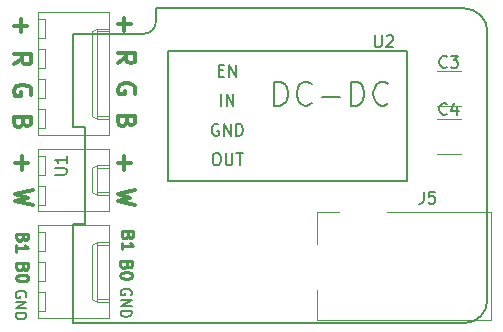
<source format=gto>
G04 #@! TF.FileFunction,Legend,Top*
%FSLAX46Y46*%
G04 Gerber Fmt 4.6, Leading zero omitted, Abs format (unit mm)*
G04 Created by KiCad (PCBNEW 4.0.7) date 02/12/20 21:51:44*
%MOMM*%
%LPD*%
G01*
G04 APERTURE LIST*
%ADD10C,0.100000*%
%ADD11C,0.200000*%
%ADD12C,0.250000*%
%ADD13C,0.300000*%
%ADD14C,0.150000*%
%ADD15C,0.120000*%
G04 APERTURE END LIST*
D10*
D11*
X138850000Y-78914286D02*
X138892857Y-78828572D01*
X138892857Y-78700001D01*
X138850000Y-78571429D01*
X138764286Y-78485715D01*
X138678571Y-78442858D01*
X138507143Y-78400001D01*
X138378571Y-78400001D01*
X138207143Y-78442858D01*
X138121429Y-78485715D01*
X138035714Y-78571429D01*
X137992857Y-78700001D01*
X137992857Y-78785715D01*
X138035714Y-78914286D01*
X138078571Y-78957143D01*
X138378571Y-78957143D01*
X138378571Y-78785715D01*
X137992857Y-79342858D02*
X138892857Y-79342858D01*
X137992857Y-79857143D01*
X138892857Y-79857143D01*
X137992857Y-80285715D02*
X138892857Y-80285715D01*
X138892857Y-80500000D01*
X138850000Y-80628572D01*
X138764286Y-80714286D01*
X138678571Y-80757143D01*
X138507143Y-80800000D01*
X138378571Y-80800000D01*
X138207143Y-80757143D01*
X138121429Y-80714286D01*
X138035714Y-80628572D01*
X137992857Y-80500000D01*
X137992857Y-80285715D01*
D12*
X138471429Y-76395239D02*
X138423810Y-76538096D01*
X138376190Y-76585715D01*
X138280952Y-76633334D01*
X138138095Y-76633334D01*
X138042857Y-76585715D01*
X137995238Y-76538096D01*
X137947619Y-76442858D01*
X137947619Y-76061905D01*
X138947619Y-76061905D01*
X138947619Y-76395239D01*
X138900000Y-76490477D01*
X138852381Y-76538096D01*
X138757143Y-76585715D01*
X138661905Y-76585715D01*
X138566667Y-76538096D01*
X138519048Y-76490477D01*
X138471429Y-76395239D01*
X138471429Y-76061905D01*
X138947619Y-77252381D02*
X138947619Y-77347620D01*
X138900000Y-77442858D01*
X138852381Y-77490477D01*
X138757143Y-77538096D01*
X138566667Y-77585715D01*
X138328571Y-77585715D01*
X138138095Y-77538096D01*
X138042857Y-77490477D01*
X137995238Y-77442858D01*
X137947619Y-77347620D01*
X137947619Y-77252381D01*
X137995238Y-77157143D01*
X138042857Y-77109524D01*
X138138095Y-77061905D01*
X138328571Y-77014286D01*
X138566667Y-77014286D01*
X138757143Y-77061905D01*
X138852381Y-77109524D01*
X138900000Y-77157143D01*
X138947619Y-77252381D01*
X138571429Y-73895239D02*
X138523810Y-74038096D01*
X138476190Y-74085715D01*
X138380952Y-74133334D01*
X138238095Y-74133334D01*
X138142857Y-74085715D01*
X138095238Y-74038096D01*
X138047619Y-73942858D01*
X138047619Y-73561905D01*
X139047619Y-73561905D01*
X139047619Y-73895239D01*
X139000000Y-73990477D01*
X138952381Y-74038096D01*
X138857143Y-74085715D01*
X138761905Y-74085715D01*
X138666667Y-74038096D01*
X138619048Y-73990477D01*
X138571429Y-73895239D01*
X138571429Y-73561905D01*
X138047619Y-75085715D02*
X138047619Y-74514286D01*
X138047619Y-74800000D02*
X139047619Y-74800000D01*
X138904762Y-74704762D01*
X138809524Y-74609524D01*
X138761905Y-74514286D01*
D13*
X138292857Y-67200000D02*
X138292857Y-68342857D01*
X137721429Y-67771428D02*
X138864286Y-67771428D01*
X139221429Y-70057143D02*
X137721429Y-70414286D01*
X138792857Y-70700000D01*
X137721429Y-70985714D01*
X139221429Y-71342857D01*
X138292857Y-55464286D02*
X138292857Y-56607143D01*
X137721429Y-56035714D02*
X138864286Y-56035714D01*
X137721429Y-59321429D02*
X138435714Y-58821429D01*
X137721429Y-58464286D02*
X139221429Y-58464286D01*
X139221429Y-59035714D01*
X139150000Y-59178572D01*
X139078571Y-59250000D01*
X138935714Y-59321429D01*
X138721429Y-59321429D01*
X138578571Y-59250000D01*
X138507143Y-59178572D01*
X138435714Y-59035714D01*
X138435714Y-58464286D01*
X139150000Y-61892857D02*
X139221429Y-61750000D01*
X139221429Y-61535714D01*
X139150000Y-61321429D01*
X139007143Y-61178571D01*
X138864286Y-61107143D01*
X138578571Y-61035714D01*
X138364286Y-61035714D01*
X138078571Y-61107143D01*
X137935714Y-61178571D01*
X137792857Y-61321429D01*
X137721429Y-61535714D01*
X137721429Y-61678571D01*
X137792857Y-61892857D01*
X137864286Y-61964286D01*
X138364286Y-61964286D01*
X138364286Y-61678571D01*
X138507143Y-64250000D02*
X138435714Y-64464286D01*
X138364286Y-64535714D01*
X138221429Y-64607143D01*
X138007143Y-64607143D01*
X137864286Y-64535714D01*
X137792857Y-64464286D01*
X137721429Y-64321428D01*
X137721429Y-63750000D01*
X139221429Y-63750000D01*
X139221429Y-64250000D01*
X139150000Y-64392857D01*
X139078571Y-64464286D01*
X138935714Y-64535714D01*
X138792857Y-64535714D01*
X138650000Y-64464286D01*
X138578571Y-64392857D01*
X138507143Y-64250000D01*
X138507143Y-63750000D01*
D11*
X129950000Y-79114286D02*
X129992857Y-79028572D01*
X129992857Y-78900001D01*
X129950000Y-78771429D01*
X129864286Y-78685715D01*
X129778571Y-78642858D01*
X129607143Y-78600001D01*
X129478571Y-78600001D01*
X129307143Y-78642858D01*
X129221429Y-78685715D01*
X129135714Y-78771429D01*
X129092857Y-78900001D01*
X129092857Y-78985715D01*
X129135714Y-79114286D01*
X129178571Y-79157143D01*
X129478571Y-79157143D01*
X129478571Y-78985715D01*
X129092857Y-79542858D02*
X129992857Y-79542858D01*
X129092857Y-80057143D01*
X129992857Y-80057143D01*
X129092857Y-80485715D02*
X129992857Y-80485715D01*
X129992857Y-80700000D01*
X129950000Y-80828572D01*
X129864286Y-80914286D01*
X129778571Y-80957143D01*
X129607143Y-81000000D01*
X129478571Y-81000000D01*
X129307143Y-80957143D01*
X129221429Y-80914286D01*
X129135714Y-80828572D01*
X129092857Y-80700000D01*
X129092857Y-80485715D01*
D12*
X129671429Y-74095239D02*
X129623810Y-74238096D01*
X129576190Y-74285715D01*
X129480952Y-74333334D01*
X129338095Y-74333334D01*
X129242857Y-74285715D01*
X129195238Y-74238096D01*
X129147619Y-74142858D01*
X129147619Y-73761905D01*
X130147619Y-73761905D01*
X130147619Y-74095239D01*
X130100000Y-74190477D01*
X130052381Y-74238096D01*
X129957143Y-74285715D01*
X129861905Y-74285715D01*
X129766667Y-74238096D01*
X129719048Y-74190477D01*
X129671429Y-74095239D01*
X129671429Y-73761905D01*
X129147619Y-75285715D02*
X129147619Y-74714286D01*
X129147619Y-75000000D02*
X130147619Y-75000000D01*
X130004762Y-74904762D01*
X129909524Y-74809524D01*
X129861905Y-74714286D01*
X129671429Y-76595239D02*
X129623810Y-76738096D01*
X129576190Y-76785715D01*
X129480952Y-76833334D01*
X129338095Y-76833334D01*
X129242857Y-76785715D01*
X129195238Y-76738096D01*
X129147619Y-76642858D01*
X129147619Y-76261905D01*
X130147619Y-76261905D01*
X130147619Y-76595239D01*
X130100000Y-76690477D01*
X130052381Y-76738096D01*
X129957143Y-76785715D01*
X129861905Y-76785715D01*
X129766667Y-76738096D01*
X129719048Y-76690477D01*
X129671429Y-76595239D01*
X129671429Y-76261905D01*
X130147619Y-77452381D02*
X130147619Y-77547620D01*
X130100000Y-77642858D01*
X130052381Y-77690477D01*
X129957143Y-77738096D01*
X129766667Y-77785715D01*
X129528571Y-77785715D01*
X129338095Y-77738096D01*
X129242857Y-77690477D01*
X129195238Y-77642858D01*
X129147619Y-77547620D01*
X129147619Y-77452381D01*
X129195238Y-77357143D01*
X129242857Y-77309524D01*
X129338095Y-77261905D01*
X129528571Y-77214286D01*
X129766667Y-77214286D01*
X129957143Y-77261905D01*
X130052381Y-77309524D01*
X130100000Y-77357143D01*
X130147619Y-77452381D01*
D13*
X129592857Y-67200000D02*
X129592857Y-68342857D01*
X129021429Y-67771428D02*
X130164286Y-67771428D01*
X130521429Y-70057143D02*
X129021429Y-70414286D01*
X130092857Y-70700000D01*
X129021429Y-70985714D01*
X130521429Y-71342857D01*
X129492857Y-55564286D02*
X129492857Y-56707143D01*
X128921429Y-56135714D02*
X130064286Y-56135714D01*
X128921429Y-59421429D02*
X129635714Y-58921429D01*
X128921429Y-58564286D02*
X130421429Y-58564286D01*
X130421429Y-59135714D01*
X130350000Y-59278572D01*
X130278571Y-59350000D01*
X130135714Y-59421429D01*
X129921429Y-59421429D01*
X129778571Y-59350000D01*
X129707143Y-59278572D01*
X129635714Y-59135714D01*
X129635714Y-58564286D01*
X130350000Y-61992857D02*
X130421429Y-61850000D01*
X130421429Y-61635714D01*
X130350000Y-61421429D01*
X130207143Y-61278571D01*
X130064286Y-61207143D01*
X129778571Y-61135714D01*
X129564286Y-61135714D01*
X129278571Y-61207143D01*
X129135714Y-61278571D01*
X128992857Y-61421429D01*
X128921429Y-61635714D01*
X128921429Y-61778571D01*
X128992857Y-61992857D01*
X129064286Y-62064286D01*
X129564286Y-62064286D01*
X129564286Y-61778571D01*
X129707143Y-64350000D02*
X129635714Y-64564286D01*
X129564286Y-64635714D01*
X129421429Y-64707143D01*
X129207143Y-64707143D01*
X129064286Y-64635714D01*
X128992857Y-64564286D01*
X128921429Y-64421428D01*
X128921429Y-63850000D01*
X130421429Y-63850000D01*
X130421429Y-64350000D01*
X130350000Y-64492857D01*
X130278571Y-64564286D01*
X130135714Y-64635714D01*
X129992857Y-64635714D01*
X129850000Y-64564286D01*
X129778571Y-64492857D01*
X129707143Y-64350000D01*
X129707143Y-63850000D01*
D14*
X142000000Y-58250000D02*
X162250000Y-58250000D01*
X162250000Y-58250000D02*
X162250000Y-69250000D01*
X162250000Y-69250000D02*
X142000000Y-69250000D01*
X142000000Y-69250000D02*
X142000000Y-58250000D01*
X133950000Y-81330000D02*
X167030000Y-81330000D01*
X169030000Y-79330000D02*
X169030000Y-56670000D01*
X167030000Y-54670000D02*
X140950000Y-54670000D01*
X133950000Y-56820000D02*
X133950000Y-64680000D01*
X133950000Y-64680000D02*
X134950000Y-64680000D01*
X134950000Y-64680000D02*
X134950000Y-72900000D01*
X134950000Y-72900000D02*
X133950000Y-72900000D01*
X133950000Y-72900000D02*
X133950000Y-81329999D01*
X169030000Y-56670000D02*
G75*
G03X167030000Y-54670000I-2000000J0D01*
G01*
X167030000Y-81330000D02*
G75*
G03X169030000Y-79330000I0J2000000D01*
G01*
X133950000Y-56820000D02*
X139950000Y-56820000D01*
X139950000Y-56820000D02*
G75*
G03X140950000Y-55820000I0J1000000D01*
G01*
X140950000Y-55830000D02*
X140950000Y-54670000D01*
X140950000Y-54670000D02*
X140950000Y-54670000D01*
D15*
X166750000Y-60020000D02*
X164750000Y-60020000D01*
X164750000Y-62980000D02*
X166750000Y-62980000D01*
X166750000Y-64020000D02*
X164750000Y-64020000D01*
X164750000Y-66980000D02*
X166750000Y-66980000D01*
X130980000Y-65370000D02*
X136980000Y-65370000D01*
X136980000Y-65370000D02*
X136980000Y-55010000D01*
X136980000Y-55010000D02*
X130980000Y-55010000D01*
X130980000Y-55010000D02*
X130980000Y-65370000D01*
X136980000Y-64000000D02*
X135980000Y-64000000D01*
X135980000Y-64000000D02*
X135980000Y-56380000D01*
X135980000Y-56380000D02*
X136980000Y-56380000D01*
X135980000Y-64000000D02*
X135550000Y-63750000D01*
X135550000Y-63750000D02*
X135550000Y-56630000D01*
X135550000Y-56630000D02*
X135980000Y-56380000D01*
X136980000Y-63750000D02*
X135980000Y-63750000D01*
X136980000Y-56630000D02*
X135980000Y-56630000D01*
X130980000Y-64800000D02*
X131600000Y-64800000D01*
X131600000Y-64800000D02*
X131600000Y-63200000D01*
X131600000Y-63200000D02*
X130980000Y-63200000D01*
X130980000Y-62260000D02*
X131600000Y-62260000D01*
X131600000Y-62260000D02*
X131600000Y-60660000D01*
X131600000Y-60660000D02*
X130980000Y-60660000D01*
X130980000Y-59720000D02*
X131600000Y-59720000D01*
X131600000Y-59720000D02*
X131600000Y-58120000D01*
X131600000Y-58120000D02*
X130980000Y-58120000D01*
X130980000Y-57180000D02*
X131600000Y-57180000D01*
X131600000Y-57180000D02*
X131600000Y-55580000D01*
X131600000Y-55580000D02*
X130980000Y-55580000D01*
X130980000Y-71870000D02*
X136980000Y-71870000D01*
X136980000Y-71870000D02*
X136980000Y-66590000D01*
X136980000Y-66590000D02*
X130980000Y-66590000D01*
X130980000Y-66590000D02*
X130980000Y-71870000D01*
X136980000Y-70500000D02*
X135980000Y-70500000D01*
X135980000Y-70500000D02*
X135980000Y-67960000D01*
X135980000Y-67960000D02*
X136980000Y-67960000D01*
X135980000Y-70500000D02*
X135550000Y-70250000D01*
X135550000Y-70250000D02*
X135550000Y-68210000D01*
X135550000Y-68210000D02*
X135980000Y-67960000D01*
X136980000Y-70250000D02*
X135980000Y-70250000D01*
X136980000Y-68210000D02*
X135980000Y-68210000D01*
X130980000Y-71300000D02*
X131600000Y-71300000D01*
X131600000Y-71300000D02*
X131600000Y-69700000D01*
X131600000Y-69700000D02*
X130980000Y-69700000D01*
X130980000Y-68760000D02*
X131600000Y-68760000D01*
X131600000Y-68760000D02*
X131600000Y-67160000D01*
X131600000Y-67160000D02*
X130980000Y-67160000D01*
X160500000Y-71900000D02*
X169300000Y-71900000D01*
X169300000Y-71900000D02*
X169300000Y-81100000D01*
X154600000Y-74600000D02*
X154600000Y-71900000D01*
X154600000Y-71900000D02*
X156500000Y-71900000D01*
X169300000Y-81100000D02*
X154600000Y-81100000D01*
X154600000Y-81100000D02*
X154600000Y-78500000D01*
X130980000Y-80870000D02*
X136980000Y-80870000D01*
X136980000Y-80870000D02*
X136980000Y-73050000D01*
X136980000Y-73050000D02*
X130980000Y-73050000D01*
X130980000Y-73050000D02*
X130980000Y-80870000D01*
X136980000Y-79500000D02*
X135980000Y-79500000D01*
X135980000Y-79500000D02*
X135980000Y-74420000D01*
X135980000Y-74420000D02*
X136980000Y-74420000D01*
X135980000Y-79500000D02*
X135550000Y-79250000D01*
X135550000Y-79250000D02*
X135550000Y-74670000D01*
X135550000Y-74670000D02*
X135980000Y-74420000D01*
X136980000Y-79250000D02*
X135980000Y-79250000D01*
X136980000Y-74670000D02*
X135980000Y-74670000D01*
X130980000Y-80300000D02*
X131600000Y-80300000D01*
X131600000Y-80300000D02*
X131600000Y-78700000D01*
X131600000Y-78700000D02*
X130980000Y-78700000D01*
X130980000Y-77760000D02*
X131600000Y-77760000D01*
X131600000Y-77760000D02*
X131600000Y-76160000D01*
X131600000Y-76160000D02*
X130980000Y-76160000D01*
X130980000Y-75220000D02*
X131600000Y-75220000D01*
X131600000Y-75220000D02*
X131600000Y-73620000D01*
X131600000Y-73620000D02*
X130980000Y-73620000D01*
D14*
X159488095Y-56952381D02*
X159488095Y-57761905D01*
X159535714Y-57857143D01*
X159583333Y-57904762D01*
X159678571Y-57952381D01*
X159869048Y-57952381D01*
X159964286Y-57904762D01*
X160011905Y-57857143D01*
X160059524Y-57761905D01*
X160059524Y-56952381D01*
X160488095Y-57047619D02*
X160535714Y-57000000D01*
X160630952Y-56952381D01*
X160869048Y-56952381D01*
X160964286Y-57000000D01*
X161011905Y-57047619D01*
X161059524Y-57142857D01*
X161059524Y-57238095D01*
X161011905Y-57380952D01*
X160440476Y-57952381D01*
X161059524Y-57952381D01*
X146000000Y-66952381D02*
X146190477Y-66952381D01*
X146285715Y-67000000D01*
X146380953Y-67095238D01*
X146428572Y-67285714D01*
X146428572Y-67619048D01*
X146380953Y-67809524D01*
X146285715Y-67904762D01*
X146190477Y-67952381D01*
X146000000Y-67952381D01*
X145904762Y-67904762D01*
X145809524Y-67809524D01*
X145761905Y-67619048D01*
X145761905Y-67285714D01*
X145809524Y-67095238D01*
X145904762Y-67000000D01*
X146000000Y-66952381D01*
X146857143Y-66952381D02*
X146857143Y-67761905D01*
X146904762Y-67857143D01*
X146952381Y-67904762D01*
X147047619Y-67952381D01*
X147238096Y-67952381D01*
X147333334Y-67904762D01*
X147380953Y-67857143D01*
X147428572Y-67761905D01*
X147428572Y-66952381D01*
X147761905Y-66952381D02*
X148333334Y-66952381D01*
X148047619Y-67952381D02*
X148047619Y-66952381D01*
X146238096Y-64500000D02*
X146142858Y-64452381D01*
X146000001Y-64452381D01*
X145857143Y-64500000D01*
X145761905Y-64595238D01*
X145714286Y-64690476D01*
X145666667Y-64880952D01*
X145666667Y-65023810D01*
X145714286Y-65214286D01*
X145761905Y-65309524D01*
X145857143Y-65404762D01*
X146000001Y-65452381D01*
X146095239Y-65452381D01*
X146238096Y-65404762D01*
X146285715Y-65357143D01*
X146285715Y-65023810D01*
X146095239Y-65023810D01*
X146714286Y-65452381D02*
X146714286Y-64452381D01*
X147285715Y-65452381D01*
X147285715Y-64452381D01*
X147761905Y-65452381D02*
X147761905Y-64452381D01*
X148000000Y-64452381D01*
X148142858Y-64500000D01*
X148238096Y-64595238D01*
X148285715Y-64690476D01*
X148333334Y-64880952D01*
X148333334Y-65023810D01*
X148285715Y-65214286D01*
X148238096Y-65309524D01*
X148142858Y-65404762D01*
X148000000Y-65452381D01*
X147761905Y-65452381D01*
X146476191Y-62952381D02*
X146476191Y-61952381D01*
X146952381Y-62952381D02*
X146952381Y-61952381D01*
X147523810Y-62952381D01*
X147523810Y-61952381D01*
X146261905Y-59928571D02*
X146595239Y-59928571D01*
X146738096Y-60452381D02*
X146261905Y-60452381D01*
X146261905Y-59452381D01*
X146738096Y-59452381D01*
X147166667Y-60452381D02*
X147166667Y-59452381D01*
X147738096Y-60452381D01*
X147738096Y-59452381D01*
D11*
X150988095Y-62904762D02*
X150988095Y-60904762D01*
X151464286Y-60904762D01*
X151750000Y-61000000D01*
X151940476Y-61190476D01*
X152035715Y-61380952D01*
X152130953Y-61761905D01*
X152130953Y-62047619D01*
X152035715Y-62428571D01*
X151940476Y-62619048D01*
X151750000Y-62809524D01*
X151464286Y-62904762D01*
X150988095Y-62904762D01*
X154130953Y-62714286D02*
X154035715Y-62809524D01*
X153750000Y-62904762D01*
X153559524Y-62904762D01*
X153273810Y-62809524D01*
X153083334Y-62619048D01*
X152988095Y-62428571D01*
X152892857Y-62047619D01*
X152892857Y-61761905D01*
X152988095Y-61380952D01*
X153083334Y-61190476D01*
X153273810Y-61000000D01*
X153559524Y-60904762D01*
X153750000Y-60904762D01*
X154035715Y-61000000D01*
X154130953Y-61095238D01*
X154988095Y-62142857D02*
X156511905Y-62142857D01*
X157464285Y-62904762D02*
X157464285Y-60904762D01*
X157940476Y-60904762D01*
X158226190Y-61000000D01*
X158416666Y-61190476D01*
X158511905Y-61380952D01*
X158607143Y-61761905D01*
X158607143Y-62047619D01*
X158511905Y-62428571D01*
X158416666Y-62619048D01*
X158226190Y-62809524D01*
X157940476Y-62904762D01*
X157464285Y-62904762D01*
X160607143Y-62714286D02*
X160511905Y-62809524D01*
X160226190Y-62904762D01*
X160035714Y-62904762D01*
X159750000Y-62809524D01*
X159559524Y-62619048D01*
X159464285Y-62428571D01*
X159369047Y-62047619D01*
X159369047Y-61761905D01*
X159464285Y-61380952D01*
X159559524Y-61190476D01*
X159750000Y-61000000D01*
X160035714Y-60904762D01*
X160226190Y-60904762D01*
X160511905Y-61000000D01*
X160607143Y-61095238D01*
D14*
X132402381Y-68761905D02*
X133211905Y-68761905D01*
X133307143Y-68714286D01*
X133354762Y-68666667D01*
X133402381Y-68571429D01*
X133402381Y-68380952D01*
X133354762Y-68285714D01*
X133307143Y-68238095D01*
X133211905Y-68190476D01*
X132402381Y-68190476D01*
X133402381Y-67190476D02*
X133402381Y-67761905D01*
X133402381Y-67476191D02*
X132402381Y-67476191D01*
X132545238Y-67571429D01*
X132640476Y-67666667D01*
X132688095Y-67761905D01*
X165583334Y-59607143D02*
X165535715Y-59654762D01*
X165392858Y-59702381D01*
X165297620Y-59702381D01*
X165154762Y-59654762D01*
X165059524Y-59559524D01*
X165011905Y-59464286D01*
X164964286Y-59273810D01*
X164964286Y-59130952D01*
X165011905Y-58940476D01*
X165059524Y-58845238D01*
X165154762Y-58750000D01*
X165297620Y-58702381D01*
X165392858Y-58702381D01*
X165535715Y-58750000D01*
X165583334Y-58797619D01*
X165916667Y-58702381D02*
X166535715Y-58702381D01*
X166202381Y-59083333D01*
X166345239Y-59083333D01*
X166440477Y-59130952D01*
X166488096Y-59178571D01*
X166535715Y-59273810D01*
X166535715Y-59511905D01*
X166488096Y-59607143D01*
X166440477Y-59654762D01*
X166345239Y-59702381D01*
X166059524Y-59702381D01*
X165964286Y-59654762D01*
X165916667Y-59607143D01*
X165583334Y-63607143D02*
X165535715Y-63654762D01*
X165392858Y-63702381D01*
X165297620Y-63702381D01*
X165154762Y-63654762D01*
X165059524Y-63559524D01*
X165011905Y-63464286D01*
X164964286Y-63273810D01*
X164964286Y-63130952D01*
X165011905Y-62940476D01*
X165059524Y-62845238D01*
X165154762Y-62750000D01*
X165297620Y-62702381D01*
X165392858Y-62702381D01*
X165535715Y-62750000D01*
X165583334Y-62797619D01*
X166440477Y-63035714D02*
X166440477Y-63702381D01*
X166202381Y-62654762D02*
X165964286Y-63369048D01*
X166583334Y-63369048D01*
X163616667Y-70202381D02*
X163616667Y-70916667D01*
X163569047Y-71059524D01*
X163473809Y-71154762D01*
X163330952Y-71202381D01*
X163235714Y-71202381D01*
X164569048Y-70202381D02*
X164092857Y-70202381D01*
X164045238Y-70678571D01*
X164092857Y-70630952D01*
X164188095Y-70583333D01*
X164426191Y-70583333D01*
X164521429Y-70630952D01*
X164569048Y-70678571D01*
X164616667Y-70773810D01*
X164616667Y-71011905D01*
X164569048Y-71107143D01*
X164521429Y-71154762D01*
X164426191Y-71202381D01*
X164188095Y-71202381D01*
X164092857Y-71154762D01*
X164045238Y-71107143D01*
M02*

</source>
